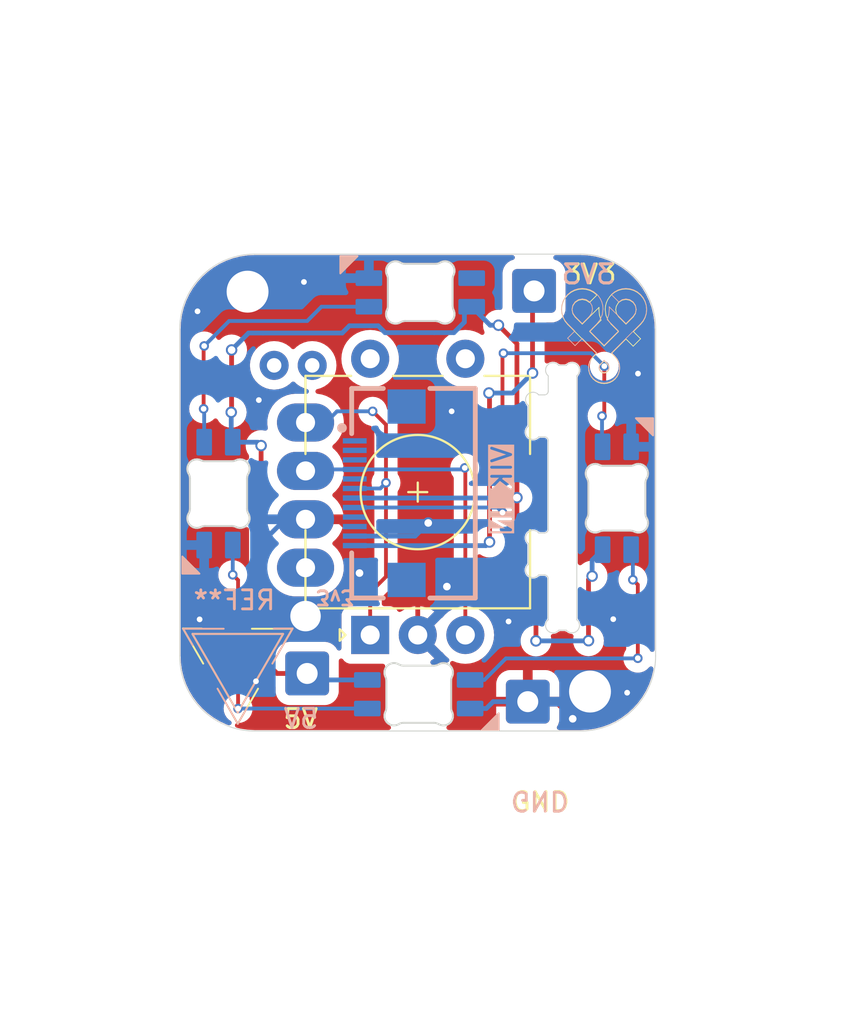
<source format=kicad_pcb>
(kicad_pcb (version 20221018) (generator pcbnew)
  (layers (0 "F.Cu" signal) (31 "B.Cu" signal) (34 "B.Paste" user) (35 "F.Paste" user) (36 "B.SilkS" user "B.Silkscreen") (37 "F.SilkS" user "F.Silkscreen") (38 "B.Mask" user) (39 "F.Mask" user) (44 "Edge.Cuts" user))
  (net 0 "")
  (net 1 "GND")
  (net 2 "VDD_5V")
  (net 3 "VDD_3.3V")
  (net 4 "SCLK")
  (net 5 "MOSI")
  (net 6 "MISO")
  (net 7 "Net-(D1001-DOUT)")
  (net 8 "RGB_LED_IN")
  (net 9 "Net-(D1002-DOUT)")
  (net 10 "Net-(D1003-DOUT)")
  (net 12 "CS")
  (net 13 "GPIO_AD2")
  (net 14 "GPIO_AD1")
  (net 15 "SCL")
  (net 16 "SDA")
  (footprint "local:EVQWGD001" (layer "F.Cu") (at 81.543938 111.000515 90)
    (fp_text reference "SW1001" hide)
    (fp_text value "EVQWGD001")
    (fp_line (start -6.94997 7.450024) (end -6.95 7.85) (stroke (width 0.05)) (layer "Edge.Cuts"))
    (fp_line (start -6.4 6.900001) (end -4.25 6.9) (stroke (width 0.05)) (layer "Edge.Cuts"))
    (fp_line (start -6.4 8.4) (end 6.4 8.4) (stroke (width 0.05)) (layer "Edge.Cuts"))
    (fp_line (start -4.05 6.7) (end -4.05 6.4) (stroke (width 0.05)) (layer "Edge.Cuts"))
    (fp_line (start -2.4 5.85) (end -3.5 5.85) (stroke (width 0.05)) (layer "Edge.Cuts"))
    (fp_line (start -1.85 6.7) (end -1.85 6.4) (stroke (width 0.05)) (layer "Edge.Cuts"))
    (fp_line (start -1.65 6.9) (end 3 6.9) (stroke (width 0.05)) (layer "Edge.Cuts"))
    (fp_line (start 3.2 6.7) (end 3.2 6.4) (stroke (width 0.05)) (layer "Edge.Cuts"))
    (fp_line (start 4.85 5.85) (end 3.75 5.85) (stroke (width 0.05)) (layer "Edge.Cuts"))
    (fp_line (start 5.4 6.7) (end 5.4 6.4) (stroke (width 0.05)) (layer "Edge.Cuts"))
    (fp_line (start 5.6 6.9) (end 6.4 6.9) (stroke (width 0.05)) (layer "Edge.Cuts"))
    (fp_line (start 6.95 7.45) (end 6.95 7.85) (stroke (width 0.05)) (layer "Edge.Cuts"))
    (fp_arc (start -6.94997 7.450024) (mid -6.976147 6.87388) (end -6.4 6.900001) (stroke (width 0.05)) (layer "Edge.Cuts"))
    (fp_arc (start -6.4 8.4) (mid -6.976134 8.426134) (end -6.95 7.85) (stroke (width 0.05)) (layer "Edge.Cuts"))
    (fp_arc (start -4.05 6.4) (mid -4.076134 5.823866) (end -3.5 5.85) (stroke (width 0.05)) (layer "Edge.Cuts"))
    (fp_arc (start -4.05 6.7) (mid -4.108579 6.841421) (end -4.25 6.9) (stroke (width 0.05)) (layer "Edge.Cuts"))
    (fp_arc (start -2.4 5.85) (mid -1.823866 5.823866) (end -1.85 6.4) (stroke (width 0.05)) (layer "Edge.Cuts"))
    (fp_arc (start -1.65 6.9) (mid -1.791421 6.841421) (end -1.85 6.7) (stroke (width 0.05)) (layer "Edge.Cuts"))
    (fp_arc (start 3.2 6.4) (mid 3.173866 5.823866) (end 3.75 5.85) (stroke (width 0.05)) (layer "Edge.Cuts"))
    (fp_arc (start 3.2 6.7) (mid 3.141421 6.841421) (end 3 6.9) (stroke (width 0.05)) (layer "Edge.Cuts"))
    (fp_arc (start 4.85 5.85) (mid 5.426134 5.823866) (end 5.4 6.4) (stroke (width 0.05)) (layer "Edge.Cuts"))
    (fp_arc (start 5.6 6.9) (mid 5.458579 6.841421) (end 5.4 6.7) (stroke (width 0.05)) (layer "Edge.Cuts"))
    (fp_arc (start 6.4 6.9) (mid 6.976134 6.873866) (end 6.95 7.45) (stroke (width 0.05)) (layer "Edge.Cuts"))
    (fp_arc (start 6.95 7.85) (mid 6.976134 8.426134) (end 6.4 8.4) (stroke (width 0.05)) (layer "Edge.Cuts"))
    (pad "" np_thru_hole circle (at -6.21 -5.85 90) (size 1.6 1.6) (drill 1.6) (layers "*.Cu"))
    (pad "A" thru_hole oval (at 3.95 -5.85 90) (size 2 3) (drill 1) (layers "*.Cu" "B.Mask") (net 14 "GPIO_AD1"))
    (pad "B" thru_hole oval (at 1.41 -5.85 90) (size 2 3) (drill 1) (layers "*.Cu" "B.Mask") (net 13 "GPIO_AD2"))
    (pad "C" thru_hole oval (at -1.13 -5.85 90) (size 2 3) (drill 1) (layers "*.Cu" "B.Mask") (net 1 "GND"))
    (pad "NC" thru_hole oval (at -3.67 -5.85 90) (size 2 3) (drill 1) (layers "*.Cu" "B.Mask"))
    (pad "S1" thru_hole circle (at 6.95 -7.5 90) (size 1.524 1.524) (drill 0.762) (layers "*.Cu" "B.Mask"))
    (pad "S2" thru_hole oval (at 6.95 -5.5 90) (size 1.524 1.524) (drill 0.762) (layers "*.Cu" "B.Mask"))
  )
  (footprint "local:SK6812MINI-E-no-switch-outline" (layer "F.Cu") (at 81.751694 100.232271 180)
    (fp_text reference "D1004" hide)
    (fp_text value "SK6812MINI-E" hide)
    (fp_line (start -1.669999 0.712842) (end -1.669999 -0.692842) (stroke (width 0.1)) (layer "Edge.Cuts"))
    (fp_line (start -0.764452 -1.489999) (end 0.824453 -1.489999) (stroke (width 0.1)) (layer "Edge.Cuts"))
    (fp_line (start 0.824452 1.51) (end -0.764452 1.51) (stroke (width 0.1)) (layer "Edge.Cuts"))
    (fp_line (start 1.729999 -0.692842) (end 1.729999 0.712842) (stroke (width 0.1)) (layer "Edge.Cuts"))
    (fp_arc (start -1.719484 -0.90972) (mid -1.682527 -0.804068) (end -1.669999 -0.692842) (stroke (width 0.1)) (layer "Edge.Cuts"))
    (fp_arc (start -1.719484 -0.90972) (mid -1.608071 -1.494035) (end -1.016711 -1.558299) (stroke (width 0.1)) (layer "Edge.Cuts"))
    (fp_arc (start -1.669999 0.712843) (mid -1.682527 0.824068) (end -1.719484 0.92972) (stroke (width 0.1)) (layer "Edge.Cuts"))
    (fp_arc (start -1.016711 1.578297) (mid -1.60807 1.514034) (end -1.719484 0.92972) (stroke (width 0.1)) (layer "Edge.Cuts"))
    (fp_arc (start -1.01671 1.578299) (mid -0.895122 1.527377) (end -0.764452 1.51) (stroke (width 0.1)) (layer "Edge.Cuts"))
    (fp_arc (start -0.764453 -1.49) (mid -0.895123 -1.507377) (end -1.016711 -1.558299) (stroke (width 0.1)) (layer "Edge.Cuts"))
    (fp_arc (start 0.824452 1.51) (mid 0.955123 1.527377) (end 1.076711 1.578299) (stroke (width 0.1)) (layer "Edge.Cuts"))
    (fp_arc (start 1.076711 -1.558298) (mid 0.955123 -1.507376) (end 0.824453 -1.489999) (stroke (width 0.1)) (layer "Edge.Cuts"))
    (fp_arc (start 1.076711 -1.558298) (mid 1.668071 -1.494035) (end 1.779484 -0.90972) (stroke (width 0.1)) (layer "Edge.Cuts"))
    (fp_arc (start 1.729999 -0.692843) (mid 1.742527 -0.804069) (end 1.779484 -0.90972) (stroke (width 0.1)) (layer "Edge.Cuts"))
    (fp_arc (start 1.779484 0.929719) (mid 1.668073 1.514037) (end 1.076711 1.578299) (stroke (width 0.1)) (layer "Edge.Cuts"))
    (fp_arc (start 1.779484 0.92972) (mid 1.742518 0.82407) (end 1.729999 0.712842) (stroke (width 0.1)) (layer "Edge.Cuts"))
    (pad "1" smd roundrect (at -2.67 -0.74 90) (size 0.82 1.4) (layers "B.Cu" "B.Paste" "B.Mask") (roundrect_rratio 0.1) (net 2 "VDD_5V"))
    (pad "2" smd roundrect (at -2.67 0.76 90) (size 0.82 1.4) (layers "B.Cu" "B.Paste" "B.Mask") (roundrect_rratio 0.1))
    (pad "3" smd roundrect (at 2.73 0.76 90) (size 0.82 1.4) (layers "B.Cu" "B.Paste" "B.Mask") (roundrect_rratio 0.1) (net 1 "GND"))
    (pad "4" smd roundrect (at 2.73 -0.74 90) (size 0.82 1.4) (layers "B.Cu" "B.Paste" "B.Mask") (roundrect_rratio 0.1) (net 10 "Net-(D1003-DOUT)"))
  )
  (footprint "local:SK6812MINI-E-no-switch-outline" (layer "F.Cu") (at 71.129194 110.752271 -90)
    (fp_text reference "D1003" hide)
    (fp_text value "SK6812MINI-E" hide)
    (fp_line (start -1.669999 0.712842) (end -1.669999 -0.692842) (stroke (width 0.1)) (layer "Edge.Cuts"))
    (fp_line (start -0.764452 -1.489999) (end 0.824453 -1.489999) (stroke (width 0.1)) (layer "Edge.Cuts"))
    (fp_line (start 0.824452 1.51) (end -0.764452 1.51) (stroke (width 0.1)) (layer "Edge.Cuts"))
    (fp_line (start 1.729999 -0.692842) (end 1.729999 0.712842) (stroke (width 0.1)) (layer "Edge.Cuts"))
    (fp_arc (start -1.719484 -0.90972) (mid -1.682527 -0.804068) (end -1.669999 -0.692842) (stroke (width 0.1)) (layer "Edge.Cuts"))
    (fp_arc (start -1.719484 -0.90972) (mid -1.608071 -1.494035) (end -1.016711 -1.558299) (stroke (width 0.1)) (layer "Edge.Cuts"))
    (fp_arc (start -1.669999 0.712843) (mid -1.682527 0.824068) (end -1.719484 0.92972) (stroke (width 0.1)) (layer "Edge.Cuts"))
    (fp_arc (start -1.016711 1.578297) (mid -1.60807 1.514034) (end -1.719484 0.92972) (stroke (width 0.1)) (layer "Edge.Cuts"))
    (fp_arc (start -1.01671 1.578299) (mid -0.895122 1.527377) (end -0.764452 1.51) (stroke (width 0.1)) (layer "Edge.Cuts"))
    (fp_arc (start -0.764453 -1.49) (mid -0.895123 -1.507377) (end -1.016711 -1.558299) (stroke (width 0.1)) (layer "Edge.Cuts"))
    (fp_arc (start 0.824452 1.51) (mid 0.955123 1.527377) (end 1.076711 1.578299) (stroke (width 0.1)) (layer "Edge.Cuts"))
    (fp_arc (start 1.076711 -1.558298) (mid 0.955123 -1.507376) (end 0.824453 -1.489999) (stroke (width 0.1)) (layer "Edge.Cuts"))
    (fp_arc (start 1.076711 -1.558298) (mid 1.668071 -1.494035) (end 1.779484 -0.90972) (stroke (width 0.1)) (layer "Edge.Cuts"))
    (fp_arc (start 1.729999 -0.692843) (mid 1.742527 -0.804069) (end 1.779484 -0.90972) (stroke (width 0.1)) (layer "Edge.Cuts"))
    (fp_arc (start 1.779484 0.929719) (mid 1.668073 1.514037) (end 1.076711 1.578299) (stroke (width 0.1)) (layer "Edge.Cuts"))
    (fp_arc (start 1.779484 0.92972) (mid 1.742518 0.82407) (end 1.729999 0.712842) (stroke (width 0.1)) (layer "Edge.Cuts"))
    (pad "1" smd roundrect (at -2.67 -0.74 180) (size 0.82 1.4) (layers "B.Cu" "B.Paste" "B.Mask") (roundrect_rratio 0.1) (net 2 "VDD_5V"))
    (pad "2" smd roundrect (at -2.67 0.76 180) (size 0.82 1.4) (layers "B.Cu" "B.Paste" "B.Mask") (roundrect_rratio 0.1) (net 10 "Net-(D1003-DOUT)"))
    (pad "3" smd roundrect (at 2.73 0.76 180) (size 0.82 1.4) (layers "B.Cu" "B.Paste" "B.Mask") (roundrect_rratio 0.1) (net 1 "GND"))
    (pad "4" smd roundrect (at 2.73 -0.74 180) (size 0.82 1.4) (layers "B.Cu" "B.Paste" "B.Mask") (roundrect_rratio 0.1) (net 9 "Net-(D1002-DOUT)"))
  )
  (footprint "local:RotaryEncoder_EC11-no-legs" (layer "F.Cu") (at 81.589194 110.702271 90)
    (fp_text reference "SW1002")
    (fp_text value "RotaryEncoder")
    (pad "A" thru_hole rect (at -7.5 -2.5 90) (size 2 2) (drill 1) (layers "*.Cu" "*.Mask") (net 14 "GPIO_AD1"))
    (pad "B" thru_hole circle (at -7.5 2.5 90) (size 2 2) (drill 1) (layers "*.Cu" "*.Mask") (net 13 "GPIO_AD2"))
    (pad "C" thru_hole circle (at -7.5 0 90) (size 2 2) (drill 1) (layers "*.Cu" "*.Mask") (net 1 "GND"))
    (pad "S1" thru_hole circle (at 7 2.5 90) (size 2 2) (drill 1) (layers "*.Cu" "*.Mask"))
    (pad "S2" thru_hole circle (at 7 -2.5 90) (size 2 2) (drill 1) (layers "*.Cu" "*.Mask"))
  )
  (footprint "MountingHole:MountingHole_2.2mm_M2_ISO7380" (layer "F.Cu") (at 72.648 100.181999)
    (fp_text reference "REF**" hide)
    (fp_text value "MountingHole_2.2mm_M2_ISO7380")
    (pad "" np_thru_hole circle (at 0 0) (size 2.2 2.2) (drill 2.2) (layers "*.Cu" "*.Mask"))
  )
  (footprint "Connector_Wire:SolderWire-0.5sqmm_1x01_D0.9mm_OD2.3mm" (layer "F.Cu") (at 87.369194 121.702271)
    (fp_text reference "J1013" hide)
    (fp_text value "Conn_01x01_Socket")
    (pad "1" thru_hole roundrect (at 0 0) (size 2.3 2.3) (drill 1.1) (layers "*.Cu" "*.Mask") (roundrect_rratio 0.108696087) (net 1 "GND"))
  )
  (footprint "local:fingerpunch-logo-small" (layer "F.Cu") (at 91.379194 102.322271)
    (fp_text reference "REF**" hide)
    (fp_text value "fingerpunch-logo-small" hide)
  )
  (footprint "" (layer "F.Cu") (at 81.648 100.181999)
    (fp_text reference "" (at 0 0) (layer "F.SilkS") (effects (font (size 1.27 1.27))))
    (fp_text value "" (at 0 0) (layer "F.SilkS") (effects (font (size 1.27 1.27))))
  )
  (footprint "" (layer "F.Cu") (at 81.648 100.181999)
    (fp_text reference "" (at 0 0) (layer "F.SilkS") (effects (font (size 1.27 1.27))))
    (fp_text value "" (at 0 0) (layer "F.SilkS") (effects (font (size 1.27 1.27))))
  )
  (footprint "vik:vik-logo-small" (layer "F.Cu") (at 72.134417 119.667888)
    (fp_text reference "REF**")
    (fp_text value "vik-logo-small")
  )
  (footprint "MountingHole:MountingHole_2.2mm_M2_ISO7380" (layer "F.Cu") (at 90.638 121.171999 90)
    (fp_text reference "REF**" hide)
    (fp_text value "MountingHole_2.2mm_M2_ISO7380")
    (pad "" np_thru_hole circle (at 0 0 90) (size 2.2 2.2) (drill 2.2) (layers "*.Cu" "*.Mask"))
  )
  (footprint "local:SK6812MINI-E-no-switch-outline" (layer "F.Cu") (at 92.039194 111.054771 90)
    (fp_text reference "D1001" hide)
    (fp_text value "SK6812MINI-E" hide)
    (fp_line (start -1.669999 0.712842) (end -1.669999 -0.692842) (stroke (width 0.1)) (layer "Edge.Cuts"))
    (fp_line (start -0.764452 -1.489999) (end 0.824453 -1.489999) (stroke (width 0.1)) (layer "Edge.Cuts"))
    (fp_line (start 0.824452 1.51) (end -0.764452 1.51) (stroke (width 0.1)) (layer "Edge.Cuts"))
    (fp_line (start 1.729999 -0.692842) (end 1.729999 0.712842) (stroke (width 0.1)) (layer "Edge.Cuts"))
    (fp_arc (start -1.719484 -0.90972) (mid -1.682527 -0.804068) (end -1.669999 -0.692842) (stroke (width 0.1)) (layer "Edge.Cuts"))
    (fp_arc (start -1.719484 -0.90972) (mid -1.608071 -1.494035) (end -1.016711 -1.558299) (stroke (width 0.1)) (layer "Edge.Cuts"))
    (fp_arc (start -1.669999 0.712843) (mid -1.682527 0.824068) (end -1.719484 0.92972) (stroke (width 0.1)) (layer "Edge.Cuts"))
    (fp_arc (start -1.016711 1.578297) (mid -1.60807 1.514034) (end -1.719484 0.92972) (stroke (width 0.1)) (layer "Edge.Cuts"))
    (fp_arc (start -1.01671 1.578299) (mid -0.895122 1.527377) (end -0.764452 1.51) (stroke (width 0.1)) (layer "Edge.Cuts"))
    (fp_arc (start -0.764453 -1.49) (mid -0.895123 -1.507377) (end -1.016711 -1.558299) (stroke (width 0.1)) (layer "Edge.Cuts"))
    (fp_arc (start 0.824452 1.51) (mid 0.955123 1.527377) (end 1.076711 1.578299) (stroke (width 0.1)) (layer "Edge.Cuts"))
    (fp_arc (start 1.076711 -1.558298) (mid 0.955123 -1.507376) (end 0.824453 -1.489999) (stroke (width 0.1)) (layer "Edge.Cuts"))
    (fp_arc (start 1.076711 -1.558298) (mid 1.668071 -1.494035) (end 1.779484 -0.90972) (stroke (width 0.1)) (layer "Edge.Cuts"))
    (fp_arc (start 1.729999 -0.692843) (mid 1.742527 -0.804069) (end 1.779484 -0.90972) (stroke (width 0.1)) (layer "Edge.Cuts"))
    (fp_arc (start 1.779484 0.929719) (mid 1.668073 1.514037) (end 1.076711 1.578299) (stroke (width 0.1)) (layer "Edge.Cuts"))
    (fp_arc (start 1.779484 0.92972) (mid 1.742518 0.82407) (end 1.729999 0.712842) (stroke (width 0.1)) (layer "Edge.Cuts"))
    (pad "1" smd roundrect (at -2.67 -0.74) (size 0.82 1.4) (layers "B.Cu" "B.Paste" "B.Mask") (roundrect_rratio 0.1) (net 2 "VDD_5V"))
    (pad "2" smd roundrect (at -2.67 0.76) (size 0.82 1.4) (layers "B.Cu" "B.Paste" "B.Mask") (roundrect_rratio 0.1) (net 7 "Net-(D1001-DOUT)"))
    (pad "3" smd roundrect (at 2.73 0.76) (size 0.82 1.4) (layers "B.Cu" "B.Paste" "B.Mask") (roundrect_rratio 0.1) (net 1 "GND"))
    (pad "4" smd roundrect (at 2.73 -0.74) (size 0.82 1.4) (layers "B.Cu" "B.Paste" "B.Mask") (roundrect_rratio 0.1) (net 8 "RGB_LED_IN"))
  )
  (footprint "Connector_Wire:SolderWire-0.5sqmm_1x01_D0.9mm_OD2.3mm" (layer "F.Cu") (at 87.699194 100.142271)
    (fp_text reference "J1001" hide)
    (fp_text value "Conn_01x01_Socket" hide)
    (pad "1" thru_hole roundrect (at 0 0) (size 2.3 2.3) (drill 1.1) (layers "*.Cu" "*.Mask") (roundrect_rratio 0.108696087) (net 3 "VDD_3.3V"))
  )
  (footprint "Connector_Wire:SolderWire-0.5sqmm_1x01_D0.9mm_OD2.3mm" (layer "F.Cu") (at 75.779194 120.222271)
    (fp_text reference "J1007" hide)
    (fp_text value "Conn_01x01_Socket" hide)
    (pad "1" thru_hole roundrect (at 0 0) (size 2.3 2.3) (drill 1.1) (layers "*.Cu" "*.Mask") (roundrect_rratio 0.108696087) (net 2 "VDD_5V"))
  )
  (footprint "local:SK6812MINI-E-no-switch-outline" (layer "F.Cu") (at 81.609194 121.302271)
    (fp_text reference "D1002" hide)
    (fp_text value "SK6812MINI-E" hide)
    (fp_line (start -1.669999 0.712842) (end -1.669999 -0.692842) (stroke (width 0.1)) (layer "Edge.Cuts"))
    (fp_line (start -0.764452 -1.489999) (end 0.824453 -1.489999) (stroke (width 0.1)) (layer "Edge.Cuts"))
    (fp_line (start 0.824452 1.51) (end -0.764452 1.51) (stroke (width 0.1)) (layer "Edge.Cuts"))
    (fp_line (start 1.729999 -0.692842) (end 1.729999 0.712842) (stroke (width 0.1)) (layer "Edge.Cuts"))
    (fp_arc (start -1.719484 -0.90972) (mid -1.682527 -0.804068) (end -1.669999 -0.692842) (stroke (width 0.1)) (layer "Edge.Cuts"))
    (fp_arc (start -1.719484 -0.90972) (mid -1.608071 -1.494035) (end -1.016711 -1.558299) (stroke (width 0.1)) (layer "Edge.Cuts"))
    (fp_arc (start -1.669999 0.712843) (mid -1.682527 0.824068) (end -1.719484 0.92972) (stroke (width 0.1)) (layer "Edge.Cuts"))
    (fp_arc (start -1.016711 1.578297) (mid -1.60807 1.514034) (end -1.719484 0.92972) (stroke (width 0.1)) (layer "Edge.Cuts"))
    (fp_arc (start -1.01671 1.578299) (mid -0.895122 1.527377) (end -0.764452 1.51) (stroke (width 0.1)) (layer "Edge.Cuts"))
    (fp_arc (start -0.764453 -1.49) (mid -0.895123 -1.507377) (end -1.016711 -1.558299) (stroke (width 0.1)) (layer "Edge.Cuts"))
    (fp_arc (start 0.824452 1.51) (mid 0.955123 1.527377) (end 1.076711 1.578299) (stroke (width 0.1)) (layer "Edge.Cuts"))
    (fp_arc (start 1.076711 -1.558298) (mid 0.955123 -1.507376) (end 0.824453 -1.489999) (stroke (width 0.1)) (layer "Edge.Cuts"))
    (fp_arc (start 1.076711 -1.558298) (mid 1.668071 -1.494035) (end 1.779484 -0.90972) (stroke (width 0.1)) (layer "Edge.Cuts"))
    (fp_arc (start 1.729999 -0.692843) (mid 1.742527 -0.804069) (end 1.779484 -0.90972) (stroke (width 0.1)) (layer "Edge.Cuts"))
    (fp_arc (start 1.779484 0.929719) (mid 1.668073 1.514037) (end 1.076711 1.578299) (stroke (width 0.1)) (layer "Edge.Cuts"))
    (fp_arc (start 1.779484 0.92972) (mid 1.742518 0.82407) (end 1.729999 0.712842) (stroke (width 0.1)) (layer "Edge.Cuts"))
    (pad "1" smd roundrect (at -2.67 -0.74 270) (size 0.82 1.4) (layers "B.Cu" "B.Paste" "B.Mask") (roundrect_rratio 0.1) (net 2 "VDD_5V"))
    (pad "2" smd roundrect (at -2.67 0.76 270) (size 0.82 1.4) (layers "B.Cu" "B.Paste" "B.Mask") (roundrect_rratio 0.1) (net 9 "Net-(D1002-DOUT)"))
    (pad "3" smd roundrect (at 2.73 0.76 270) (size 0.82 1.4) (layers "B.Cu" "B.Paste" "B.Mask") (roundrect_rratio 0.1) (net 1 "GND"))
    (pad "4" smd roundrect (at 2.73 -0.74 270) (size 0.82 1.4) (layers "B.Cu" "B.Paste" "B.Mask") (roundrect_rratio 0.1) (net 7 "Net-(D1001-DOUT)"))
  )
  (footprint "vik:vik-logo-small" (layer "B.Cu") (at 72.134417 119.667888 180)
    (fp_text reference "REF**" (at 0.18 3.29 unlocked) (layer "B.SilkS") (effects (justify mirror)))
    (fp_text value "vik-logo-small")
  )
  (footprint "vik:vik-module-connector-horizontal" (layer "B.Cu") (at 80.317194 110.762271 -90)
    (fp_text reference "J1003" hide)
    (fp_text value "~" hide)
    (fp_text user "VIK IN" (at -2.56 -6.282 90 unlocked) (layer "B.SilkS" knockout) (effects (justify left bottom mirror)))
    (fp_text user "3v3" (at 5.02 4.158 180 unlocked) (layer "B.SilkS") (effects (font (size 0.75 0.75)) (justify left bottom mirror)))
    (pad "1" smd rect (at -2.75 2.038 270) (size 0.28 1.25) (layers "B.Cu" "B.Paste" "B.Mask") (net 4 "SCLK"))
    (pad "2" smd rect (at -2.25 2.038 270) (size 0.28 1.25) (layers "B.Cu" "B.Paste" "B.Mask") (net 6 "MISO"))
    (pad "3" smd rect (at -1.75 2.038 270) (size 0.28 1.25) (layers "B.Cu" "B.Paste" "B.Mask") (net 12 "CS"))
    (pad "4" smd rect (at -1.25 2.038 270) (size 0.28 1.25) (layers "B.Cu" "B.Paste" "B.Mask") (net 13 "GPIO_AD2"))
    (pad "5" smd rect (at -0.75 2.038 270) (size 0.28 1.25) (layers "B.Cu" "B.Paste" "B.Mask") (net 5 "MOSI"))
    (pad "6" smd rect (at -0.25 2.038 270) (size 0.28 1.25) (layers "B.Cu" "B.Paste" "B.Mask") (net 14 "GPIO_AD1"))
    (pad "7" smd rect (at 0.25 2.038 270) (size 0.28 1.25) (layers "B.Cu" "B.Paste" "B.Mask") (net 2 "VDD_5V"))
    (pad "8" smd rect (at 0.75 2.038 270) (size 0.28 1.25) (layers "B.Cu" "B.Paste" "B.Mask") (net 8 "RGB_LED_IN"))
    (pad "9" smd rect (at 1.25 2.038 270) (size 0.28 1.25) (layers "B.Cu" "B.Paste" "B.Mask") (net 15 "SCL"))
    (pad "10" smd rect (at 1.75 2.038 270) (size 0.28 1.25) (layers "B.Cu" "B.Paste" "B.Mask") (net 16 "SDA"))
    (pad "11" smd rect (at 2.25 2.038 270) (size 0.28 1.25) (layers "B.Cu" "B.Paste" "B.Mask") (net 1 "GND"))
    (pad "12" smd rect (at 2.75 2.038 270) (size 0.28 1.25) (layers "B.Cu" "B.Paste" "B.Mask") (net 3 "VDD_3.3V"))
    (pad "13" smd rect (at 4.55 -0.686 270) (size 1.8 2) (layers "B.Cu" "B.Paste" "B.Mask"))
    (pad "14" smd rect (at -4.55 -0.686 270) (size 1.8 2) (layers "B.Cu" "B.Paste" "B.Mask"))
  )
  (footprint "local:fingerpunch-logo-small" (layer "B.Cu") (at 91.379194 102.292271 180)
    (fp_text reference "REF**" hide)
    (fp_text value "fingerpunch-logo-small" hide)
  )
  (gr_arc (start 90.144194 98.212271) (mid 92.930173 99.366272) (end 94.084194 102.152271) (stroke (width 0.05)) (layer "Edge.Cuts"))
  (gr_line (start 69.084194 102.152271) (end 69.084194 119.302271) (stroke (width 0.05)) (layer "Edge.Cuts"))
  (gr_line (start 94.084194 119.302271) (end 94.084194 102.152271) (stroke (width 0.05)) (layer "Edge.Cuts"))
  (gr_line (start 90.144194 98.212271) (end 73.024194 98.212271) (stroke (width 0.05)) (layer "Edge.Cuts"))
  (gr_arc (start 73.024194 123.242271) (mid 70.238172 122.088274) (end 69.084194 119.302271) (stroke (width 0.05)) (layer "Edge.Cuts"))
  (gr_line (start 73.024194 123.242271) (end 90.144194 123.242271) (stroke (width 0.05)) (layer "Edge.Cuts"))
  (gr_arc (start 94.084194 119.302271) (mid 92.930205 122.088288) (end 90.144194 123.242271) (stroke (width 0.05)) (layer "Edge.Cuts"))
  (gr_arc (start 69.084194 102.152271) (mid 70.238193 99.366271) (end 73.024194 98.212271) (stroke (width 0.05)) (layer "Edge.Cuts"))
  (gr_text "3V3" (at 92.019194 99.852271) (layer "B.SilkS") (effects (font (size 1 1)) (justify left bottom mirror)))
  (gr_text "GND" (at 86.379194 126.322271 180) (layer "B.SilkS") (effects (font (size 1 1)) (justify left bottom mirror)))
  (gr_text "5V" (at 76.459194 123.182271) (layer "B.SilkS") (effects (font (size 1 1)) (justify left bottom mirror)))
  (gr_text "GND" (at 86.419194 127.552271) (layer "F.SilkS") (effects (font (size 1 1)) (justify left bottom)))
  (gr_text "3V3" (at 89.159194 99.852271) (layer "F.SilkS") (effects (font (size 1 1)) (justify left bottom)))
  (gr_text "5V" (at 74.439194 123.192271) (layer "F.SilkS") (effects (font (size 1 1)) (justify left bottom)))
  (segment (start 87.369194 119.862271) (end 86.359194 118.852271) (width 0.25) (layer "F.Cu") (net 1))
  (segment (start 77.377438 112.130515) (end 78.059194 112.812271) (width 0.25) (layer "F.Cu") (net 1))
  (segment (start 81.589194 115.492271) (end 82.139194 114.942271) (width 0.25) (layer "F.Cu") (net 1))
  (segment (start 86.359194 118.852271) (end 86.359194 117.492271) (width 0.25) (layer "F.Cu") (net 1))
  (segment (start 82.139194 114.942271) (end 82.139194 112.322271) (width 0.25) (layer "F.Cu") (net 1))
  (segment (start 88.829194 121.702271) (end 89.729194 122.602271) (width 0.25) (layer "F.Cu") (net 1))
  (segment (start 81.589194 118.202271) (end 83.119194 116.672271) (width 0.25) (layer "F.Cu") (net 1))
  (segment (start 87.369194 121.702271) (end 87.369194 119.862271) (width 0.25) (layer "F.Cu") (net 1))
  (segment (start 78.529194 113.282271) (end 78.529194 114.952271) (width 0.25) (layer "F.Cu") (net 1))
  (segment (start 83.119194 116.672271) (end 83.119194 115.662271) (width 0.25) (layer "F.Cu") (net 1))
  (segment (start 75.693938 112.130515) (end 77.377438 112.130515) (width 0.25) (layer "F.Cu") (net 1))
  (segment (start 81.589194 118.202271) (end 81.589194 115.492271) (width 0.25) (layer "F.Cu") (net 1))
  (segment (start 78.059194 112.812271) (end 78.529194 113.282271) (width 0.25) (layer "F.Cu") (net 1))
  (segment (start 87.369194 121.702271) (end 88.829194 121.702271) (width 0.25) (layer "F.Cu") (net 1))
  (via (at 92.589194 121.232271) (size 0.5) (drill 0.3) (layers "F.Cu" "B.Cu") (net 1))
  (via (at 70.129194 117.382271) (size 0.5) (drill 0.3) (layers "F.Cu" "B.Cu") (net 1))
  (via (at 78.529194 114.952271) (size 0.6) (drill 0.4) (layers "F.Cu" "B.Cu") (net 1))
  (via (at 91.859194 117.372271) (size 0.5) (drill 0.3) (layers "F.Cu" "B.Cu") (net 1))
  (via (at 82.139194 112.322271) (size 0.6) (drill 0.4) (layers "F.Cu" "B.Cu") (net 1))
  (via (at 86.359194 117.492271) (size 0.5) (drill 0.3) (layers "F.Cu" "B.Cu") (net 1))
  (via (at 70.019194 101.212271) (size 0.5) (drill 0.3) (layers "F.Cu" "B.Cu") (net 1))
  (via (at 73.089194 120.632271) (size 0.5) (drill 0.3) (layers "F.Cu" "B.Cu") (net 1))
  (via (at 75.609194 99.672271) (size 0.5) (drill 0.3) (layers "F.Cu" "B.Cu") (net 1))
  (via (at 73.239194 105.872271) (size 0.5) (drill 0.3) (layers "F.Cu" "B.Cu") (net 1))
  (via (at 89.729194 122.602271) (size 0.6) (drill 0.4) (layers "F.Cu" "B.Cu") (net 1))
  (via (at 83.369194 106.462271) (size 0.5) (drill 0.3) (layers "F.Cu" "B.Cu") (net 1))
  (via (at 93.159194 104.482271) (size 0.5) (drill 0.3) (layers "F.Cu" "B.Cu") (net 1))
  (via (at 83.119194 115.662271) (size 0.6) (drill 0.4) (layers "F.Cu" "B.Cu") (net 1))
  (segment (start 72.209194 117.382271) (end 70.129194 117.382271) (width 0.25) (layer "B.Cu") (net 1))
  (segment (start 73.319194 116.272271) (end 72.209194 117.382271) (width 0.25) (layer "B.Cu") (net 1))
  (segment (start 84.339194 122.062271) (end 85.189194 122.062271) (width 0.25) (layer "B.Cu") (net 1))
  (segment (start 81.449194 113.012271) (end 82.139194 112.322271) (width 0.25) (layer "B.Cu") (net 1))
  (segment (start 75.693938 112.130515) (end 74.62095 112.130515) (width 0.25) (layer "B.Cu") (net 1))
  (segment (start 84.529194 115.662271) (end 86.359194 117.492271) (width 0.25) (layer "B.Cu") (net 1))
  (segment (start 73.319194 113.432271) (end 73.319194 116.272271) (width 0.25) (layer "B.Cu") (net 1))
  (segment (start 83.119194 115.662271) (end 84.529194 115.662271) (width 0.25) (layer "B.Cu") (net 1))
  (segment (start 85.549194 121.702271) (end 87.369194 121.702271) (width 0.25) (layer "B.Cu") (net 1))
  (segment (start 78.279194 113.012271) (end 81.449194 113.012271) (width 0.25) (layer "B.Cu") (net 1))
  (segment (start 85.189194 122.062271) (end 85.549194 121.702271) (width 0.25) (layer "B.Cu") (net 1))
  (segment (start 74.62095 112.130515) (end 73.319194 113.432271) (width 0.25) (layer "B.Cu") (net 1))
  (segment (start 86.799194 110.992271) (end 86.799194 102.912271) (width 0.25) (layer "F.Cu") (net 2))
  (segment (start 86.799194 102.912271) (end 85.829194 101.942271) (width 0.25) (layer "F.Cu") (net 2))
  (segment (start 87.799194 116.722271) (end 87.799194 118.512271) (width 0.25) (layer "F.Cu") (net 2))
  (segment (start 71.809194 103.242271) (end 71.809194 106.492271) (width 0.25) (layer "F.Cu") (net 2))
  (segment (start 90.559194 115.302271) (end 90.749194 115.112271) (width 0.25) (layer "F.Cu") (net 2))
  (segment (start 73.359194 119.382271) (end 74.199194 120.222271) (width 0.25) (layer "F.Cu") (net 2))
  (segment (start 86.799194 115.722271) (end 87.089194 116.012271) (width 0.25) (layer "F.Cu") (net 2))
  (segment (start 74.199194 120.222271) (end 75.779194 120.222271) (width 0.25) (layer "F.Cu") (net 2))
  (segment (start 71.809194 106.492271) (end 71.789194 106.512271) (width 0.25) (layer "F.Cu") (net 2))
  (segment (start 73.359194 108.262271) (end 73.359194 119.382271) (width 0.25) (layer "F.Cu") (net 2))
  (segment (start 87.089194 116.012271) (end 87.799194 116.722271) (width 0.25) (layer "F.Cu") (net 2))
  (segment (start 86.799194 110.992271) (end 86.799194 115.722271) (width 0.25) (layer "F.Cu") (net 2))
  (segment (start 90.559194 118.502271) (end 90.559194 115.302271) (width 0.25) (layer "F.Cu") (net 2))
  (via (at 86.799194 110.992271) (size 0.6) (drill 0.4) (layers "F.Cu" "B.Cu") (net 2))
  (via (at 73.359194 108.262271) (size 0.6) (drill 0.4) (layers "F.Cu" "B.Cu") (net 2))
  (via (at 71.789194 106.512271) (size 0.6) (drill 0.4) (layers "F.Cu" "B.Cu") (net 2))
  (via (at 90.559194 118.502271) (size 0.6) (drill 0.4) (layers "F.Cu" "B.Cu") (net 2))
  (via (at 90.749194 115.112271) (size 0.6) (drill 0.4) (layers "F.Cu" "B.Cu") (net 2))
  (via (at 87.799194 118.512271) (size 0.6) (drill 0.4) (layers "F.Cu" "B.Cu") (net 2))
  (via (at 85.829194 101.942271) (size 0.6) (drill 0.4) (layers "F.Cu" "B.Cu") (net 2))
  (via (at 71.809194 103.242271) (size 0.6) (drill 0.4) (layers "F.Cu" "B.Cu") (net 2))
  (segment (start 72.699194 102.352271) (end 71.809194 103.242271) (width 0.25) (layer "B.Cu") (net 2))
  (segment (start 71.869194 108.082271) (end 73.179194 108.082271) (width 0.25) (layer "B.Cu") (net 2))
  (segment (start 78.939194 120.562271) (end 76.119194 120.562271) (width 0.25) (layer "B.Cu") (net 2))
  (segment (start 82.459194 102.332271) (end 79.869194 102.332271) (width 0.25) (layer "B.Cu") (net 2))
  (segment (start 71.789194 108.002271) (end 71.869194 108.082271) (width 0.25) (layer "B.Cu") (net 2))
  (segment (start 76.119194 120.562271) (end 75.779194 120.222271) (width 0.25) (layer "B.Cu") (net 2))
  (segment (start 90.749194 114.274771) (end 91.299194 113.724771) (width 0.25) (layer "B.Cu") (net 2))
  (segment (start 86.779194 111.012271) (end 86.799194 110.992271) (width 0.25) (layer "B.Cu") (net 2))
  (segment (start 84.039194 101.354771) (end 84.039194 101.782271) (width 0.25) (layer "B.Cu") (net 2))
  (segment (start 78.279194 111.012271) (end 86.779194 111.012271) (width 0.25) (layer "B.Cu") (net 2))
  (segment (start 73.179194 108.082271) (end 73.359194 108.262271) (width 0.25) (layer "B.Cu") (net 2))
  (segment (start 87.799194 118.512271) (end 90.549194 118.512271) (width 0.25) (layer "B.Cu") (net 2))
  (segment (start 90.749194 115.112271) (end 90.749194 114.274771) (width 0.25) (layer "B.Cu") (net 2))
  (segment (start 85.829194 101.942271) (end 85.391694 101.942271) (width 0.25) (layer "B.Cu") (net 2))
  (segment (start 84.421694 100.972271) (end 84.039194 101.354771) (width 0.25) (layer "B.Cu") (net 2))
  (segment (start 71.789194 106.512271) (end 71.789194 108.002271) (width 0.25) (layer "B.Cu") (net 2))
  (segment (start 83.489194 102.332271) (end 82.459194 102.332271) (width 0.25) (layer "B.Cu") (net 2))
  (segment (start 77.619194 102.352271) (end 73.459194 102.352271) (width 0.25) (layer "B.Cu") (net 2))
  (segment (start 79.509194 101.972271) (end 77.999194 101.972271) (width 0.25) (layer "B.Cu") (net 2))
  (segment (start 79.729194 102.192271) (end 79.509194 101.972271) (width 0.25) (layer "B.Cu") (net 2))
  (segment (start 84.039194 101.782271) (end 83.489194 102.332271) (width 0.25) (layer "B.Cu") (net 2))
  (segment (start 85.391694 101.942271) (end 84.421694 100.972271) (width 0.25) (layer "B.Cu") (net 2))
  (segment (start 79.869194 102.332271) (end 79.729194 102.192271) (width 0.25) (layer "B.Cu") (net 2))
  (segment (start 77.999194 101.972271) (end 77.619194 102.352271) (width 0.25) (layer "B.Cu") (net 2))
  (segment (start 90.549194 118.512271) (end 90.559194 118.502271) (width 0.25) (layer "B.Cu") (net 2))
  (segment (start 73.459194 102.352271) (end 72.699194 102.352271) (width 0.25) (layer "B.Cu") (net 2))
  (segment (start 87.619194 100.222271) (end 87.699194 100.142271) (width 0.25) (layer "F.Cu") (net 3))
  (segment (start 85.359194 105.532271) (end 85.329194 105.502271) (width 0.25) (layer "F.Cu") (net 3))
  (segment (start 85.359194 113.322271) (end 85.359194 105.532271) (width 0.25) (layer "F.Cu") (net 3))
  (segment (start 87.619194 104.452271) (end 87.619194 100.222271) (width 0.25) (layer "F.Cu") (net 3))
  (via (at 85.359194 113.322271) (size 0.6) (drill 0.4) (layers "F.Cu" "B.Cu") (net 3))
  (via (at 85.329194 105.502271) (size 0.6) (drill 0.4) (layers "F.Cu" "B.Cu") (net 3))
  (via (at 87.619194 104.452271) (size 0.6) (drill 0.4) (layers "F.Cu" "B.Cu") (net 3))
  (segment (start 85.329194 105.502271) (end 86.569194 105.502271) (width 0.25) (layer "B.Cu") (net 3))
  (segment (start 86.569194 105.502271) (end 87.619194 104.452271) (width 0.25) (layer "B.Cu") (net 3))
  (segment (start 85.169194 113.512271) (end 85.359194 113.322271) (width 0.25) (layer "B.Cu") (net 3))
  (segment (start 78.279194 113.512271) (end 85.169194 113.512271) (width 0.25) (layer "B.Cu") (net 3))
  (segment (start 93.149194 119.422271) (end 93.149194 115.562271) (width 0.2) (layer "F.Cu") (net 7))
  (segment (start 93.149194 115.562271) (end 92.889194 115.302271) (width 0.2) (layer "F.Cu") (net 7))
  (via (at 92.889194 115.302271) (size 0.5) (drill 0.3) (layers "F.Cu" "B.Cu") (net 7))
  (via (at 93.149194 119.422271) (size 0.5) (drill 0.3) (layers "F.Cu" "B.Cu") (net 7))
  (segment (start 84.339194 120.562271) (end 85.089194 120.562271) (width 0.2) (layer "B.Cu") (net 7))
  (segment (start 85.089194 120.562271) (end 86.009194 119.642271) (width 0.2) (layer "B.Cu") (net 7))
  (segment (start 86.219194 119.432271) (end 87.679194 119.432271) (width 0.2) (layer "B.Cu") (net 7))
  (segment (start 92.889194 115.302271) (end 92.889194 113.814771) (width 0.2) (layer "B.Cu") (net 7))
  (segment (start 92.889194 113.814771) (end 92.799194 113.724771) (width 0.2) (layer "B.Cu") (net 7))
  (segment (start 87.679194 119.432271) (end 93.139194 119.432271) (width 0.2) (layer "B.Cu") (net 7))
  (segment (start 93.139194 119.432271) (end 93.149194 119.422271) (width 0.2) (layer "B.Cu") (net 7))
  (segment (start 86.009194 119.642271) (end 86.219194 119.432271) (width 0.2) (layer "B.Cu") (net 7))
  (segment (start 86.039194 111.772271) (end 86.039194 103.462271) (width 0.2) (layer "F.Cu") (net 8))
  (segment (start 86.039194 103.462271) (end 86.089194 103.412271) (width 0.2) (layer "F.Cu") (net 8))
  (segment (start 91.389194 106.592271) (end 91.269194 106.712271) (width 0.2) (layer "F.Cu") (net 8))
  (segment (start 91.389194 104.092271) (end 91.389194 106.592271) (width 0.2) (layer "F.Cu") (net 8))
  (via (at 91.269194 106.712271) (size 0.5) (drill 0.3) (layers "F.Cu" "B.Cu") (net 8))
  (via (at 86.089194 103.412271) (size 0.5) (drill 0.3) (layers "F.Cu" "B.Cu") (net 8))
  (via (at 91.389194 104.092271) (size 0.5) (drill 0.3) (layers "F.Cu" "B.Cu") (net 8))
  (via (at 86.039194 111.772271) (size 0.5) (drill 0.3) (layers "F.Cu" "B.Cu") (net 8))
  (segment (start 91.269194 106.712271) (end 91.269194 108.294771) (width 0.2) (layer "B.Cu") (net 8))
  (segment (start 91.269194 108.294771) (end 91.299194 108.324771) (width 0.2) (layer "B.Cu") (net 8))
  (segment (start 86.089194 103.412271) (end 90.709194 103.412271) (width 0.2) (layer "B.Cu") (net 8))
  (segment (start 78.279194 111.512271) (end 85.779194 111.512271) (width 0.2) (layer "B.Cu") (net 8))
  (segment (start 85.779194 111.512271) (end 86.039194 111.772271) (width 0.2) (layer "B.Cu") (net 8))
  (segment (start 90.709194 103.412271) (end 91.389194 104.092271) (width 0.2) (layer "B.Cu") (net 8))
  (segment (start 72.149194 122.062271) (end 72.149194 115.322271) (width 0.2) (layer "F.Cu") (net 9))
  (segment (start 72.149194 115.322271) (end 71.869194 115.042271) (width 0.2) (layer "F.Cu") (net 9))
  (via (at 72.149194 122.062271) (size 0.5) (drill 0.3) (layers "F.Cu" "B.Cu") (net 9))
  (via (at 71.869194 115.042271) (size 0.5) (drill 0.3) (layers "F.Cu" "B.Cu") (net 9))
  (segment (start 71.869194 115.042271) (end 71.869194 113.482271) (width 0.2) (layer "B.Cu") (net 9))
  (segment (start 78.939194 122.062271) (end 72.149194 122.062271) (width 0.2) (layer "B.Cu") (net 9))
  (segment (start 70.339194 103.062271) (end 70.369194 103.032271) (width 0.2) (layer "F.Cu") (net 10))
  (segment (start 70.339194 106.332271) (end 70.339194 103.062271) (width 0.2) (layer "F.Cu") (net 10))
  (via (at 70.369194 103.032271) (size 0.5) (drill 0.3) (layers "F.Cu" "B.Cu") (net 10))
  (via (at 70.339194 106.332271) (size 0.5) (drill 0.3) (layers "F.Cu" "B.Cu") (net 10))
  (segment (start 71.679194 101.722271) (end 75.779194 101.722271) (width 0.2) (layer "B.Cu") (net 10))
  (segment (start 70.369194 106.362271) (end 70.339194 106.332271) (width 0.2) (layer "B.Cu") (net 10))
  (segment (start 70.369194 103.032271) (end 71.679194 101.722271) (width 0.2) (layer "B.Cu") (net 10))
  (segment (start 70.369194 108.082271) (end 70.369194 106.362271) (width 0.2) (layer "B.Cu") (net 10))
  (segment (start 75.779194 101.722271) (end 76.529194 100.972271) (width 0.2) (layer "B.Cu") (net 10))
  (segment (start 76.529194 100.972271) (end 79.021694 100.972271) (width 0.2) (layer "B.Cu") (net 10))
  (segment (start 84.059194 109.432271) (end 84.089194 109.462271) (width 0.2) (layer "F.Cu") (net 13))
  (segment (start 84.089194 109.462271) (end 84.089194 118.202271) (width 0.2) (layer "F.Cu") (net 13))
  (via (at 84.059194 109.432271) (size 0.5) (drill 0.3) (layers "F.Cu" "B.Cu") (net 13))
  (segment (start 83.979194 109.512271) (end 84.059194 109.432271) (width 0.2) (layer "B.Cu") (net 13))
  (segment (start 78.279194 109.512271) (end 75.772182 109.512271) (width 0.2) (layer "B.Cu") (net 13))
  (segment (start 75.772182 109.512271) (end 75.693938 109.590515) (width 0.2) (layer "B.Cu") (net 13))
  (segment (start 78.279194 109.512271) (end 83.979194 109.512271) (width 0.2) (layer "B.Cu") (net 13))
  (segment (start 79.919194 107.162271) (end 79.919194 110.212271) (width 0.2) (layer "F.Cu") (net 14))
  (segment (start 79.919194 110.212271) (end 79.919194 115.142271) (width 0.2) (layer "F.Cu") (net 14))
  (segment (start 79.919194 115.142271) (end 79.089194 115.972271) (width 0.2) (layer "F.Cu") (net 14))
  (segment (start 79.089194 115.972271) (end 79.089194 118.202271) (width 0.2) (layer "F.Cu") (net 14))
  (segment (start 79.219194 106.462271) (end 79.919194 107.162271) (width 0.2) (layer "F.Cu") (net 14))
  (via (at 79.219194 106.462271) (size 0.5) (drill 0.3) (layers "F.Cu" "B.Cu") (net 14))
  (via (at 79.919194 110.212271) (size 0.5) (drill 0.3) (layers "F.Cu" "B.Cu") (net 14))
  (segment (start 77.349194 106.462271) (end 79.219194 106.462271) (width 0.2) (layer "B.Cu") (net 14))
  (segment (start 79.619194 110.512271) (end 79.919194 110.212271) (width 0.2) (layer "B.Cu") (net 14))
  (segment (start 78.279194 110.512271) (end 79.619194 110.512271) (width 0.2) (layer "B.Cu") (net 14))
  (segment (start 75.693938 107.050515) (end 76.76095 107.050515) (width 0.2) (layer "B.Cu") (net 14))
  (segment (start 76.76095 107.050515) (end 77.319194 106.492271) (width 0.2) (layer "B.Cu") (net 14))
  (segment (start 77.319194 106.492271) (end 77.349194 106.462271) (width 0.2) (layer "B.Cu") (net 14))
  (zone (net 1) (net_name "GND") (layers "F&B.Cu") (connect_pads (clearance 0.508)) (min_thickness 0.254) (fill yes (thermal_gap 0.508) (thermal_bridge_width 0.508))
    (polygon (pts (xy 104.069194 85.122271) (xy 104.259194 138.632271) (xy 61.969194 138.442271) (xy 62.849194 84.872271)))
  )
)
</source>
